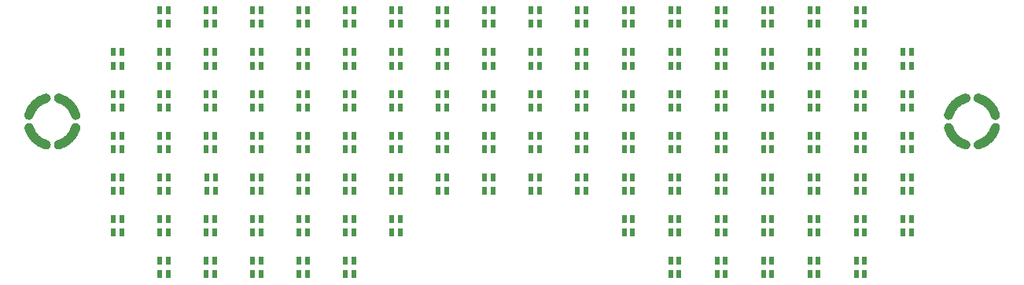
<source format=gtp>
G04 #@! TF.GenerationSoftware,KiCad,Pcbnew,5.0.2-bee76a0~70~ubuntu16.04.1*
G04 #@! TF.CreationDate,2019-07-05T21:08:44-07:00*
G04 #@! TF.ProjectId,dc27-fur-badge,64633237-2d66-4757-922d-62616467652e,rev?*
G04 #@! TF.SameCoordinates,Original*
G04 #@! TF.FileFunction,Paste,Top*
G04 #@! TF.FilePolarity,Positive*
%FSLAX46Y46*%
G04 Gerber Fmt 4.6, Leading zero omitted, Abs format (unit mm)*
G04 Created by KiCad (PCBNEW 5.0.2-bee76a0~70~ubuntu16.04.1) date Fri 05 Jul 2019 09:08:44 PM PDT*
%MOMM*%
%LPD*%
G01*
G04 APERTURE LIST*
%ADD10C,1.000000*%
%ADD11R,0.600000X0.850000*%
G04 APERTURE END LIST*
D10*
G04 #@! TO.C,H2*
X112488593Y-67827071D02*
G75*
G02X114327070Y-65988593I2511407J-672929D01*
G01*
X114327071Y-71011407D02*
G75*
G02X112488593Y-69172930I672929J2511407D01*
G01*
X117511407Y-69172929D02*
G75*
G02X115672930Y-71011407I-2511407J672929D01*
G01*
X115672929Y-65988593D02*
G75*
G02X117511407Y-67827070I-672929J-2511407D01*
G01*
G04 #@! TO.C,H3*
X211488593Y-67827071D02*
G75*
G02X213327070Y-65988593I2511407J-672929D01*
G01*
X213327071Y-71011407D02*
G75*
G02X211488593Y-69172930I672929J2511407D01*
G01*
X216511407Y-69172929D02*
G75*
G02X214672930Y-71011407I-2511407J672929D01*
G01*
X214672929Y-65988593D02*
G75*
G02X216511407Y-67827070I-672929J-2511407D01*
G01*
G04 #@! TD*
D11*
G04 #@! TO.C,D515*
X196550000Y-74525000D03*
X197450000Y-74525000D03*
X196550000Y-75975000D03*
X197450000Y-75975000D03*
G04 #@! TD*
G04 #@! TO.C,D101*
X126550000Y-56525000D03*
X127450000Y-56525000D03*
X126550000Y-57975000D03*
X127450000Y-57975000D03*
G04 #@! TD*
G04 #@! TO.C,D102*
X131550000Y-56525000D03*
X132450000Y-56525000D03*
X131550000Y-57975000D03*
X132450000Y-57975000D03*
G04 #@! TD*
G04 #@! TO.C,D103*
X136550000Y-56525000D03*
X137450000Y-56525000D03*
X136550000Y-57975000D03*
X137450000Y-57975000D03*
G04 #@! TD*
G04 #@! TO.C,D104*
X141550000Y-56525000D03*
X142450000Y-56525000D03*
X141550000Y-57975000D03*
X142450000Y-57975000D03*
G04 #@! TD*
G04 #@! TO.C,D105*
X146550000Y-56525000D03*
X147450000Y-56525000D03*
X146550000Y-57975000D03*
X147450000Y-57975000D03*
G04 #@! TD*
G04 #@! TO.C,D106*
X151550000Y-56525000D03*
X152450000Y-56525000D03*
X151550000Y-57975000D03*
X152450000Y-57975000D03*
G04 #@! TD*
G04 #@! TO.C,D107*
X156550000Y-56525000D03*
X157450000Y-56525000D03*
X156550000Y-57975000D03*
X157450000Y-57975000D03*
G04 #@! TD*
G04 #@! TO.C,D108*
X161550000Y-56525000D03*
X162450000Y-56525000D03*
X161550000Y-57975000D03*
X162450000Y-57975000D03*
G04 #@! TD*
G04 #@! TO.C,D109*
X166550000Y-56525000D03*
X167450000Y-56525000D03*
X166550000Y-57975000D03*
X167450000Y-57975000D03*
G04 #@! TD*
G04 #@! TO.C,D110*
X171550000Y-56525000D03*
X172450000Y-56525000D03*
X171550000Y-57975000D03*
X172450000Y-57975000D03*
G04 #@! TD*
G04 #@! TO.C,D111*
X176550000Y-56525000D03*
X177450000Y-56525000D03*
X176550000Y-57975000D03*
X177450000Y-57975000D03*
G04 #@! TD*
G04 #@! TO.C,D112*
X181550000Y-56525000D03*
X182450000Y-56525000D03*
X181550000Y-57975000D03*
X182450000Y-57975000D03*
G04 #@! TD*
G04 #@! TO.C,D113*
X186550000Y-56525000D03*
X187450000Y-56525000D03*
X186550000Y-57975000D03*
X187450000Y-57975000D03*
G04 #@! TD*
G04 #@! TO.C,D114*
X191550000Y-56525000D03*
X192450000Y-56525000D03*
X191550000Y-57975000D03*
X192450000Y-57975000D03*
G04 #@! TD*
G04 #@! TO.C,D115*
X196550000Y-56525000D03*
X197450000Y-56525000D03*
X196550000Y-57975000D03*
X197450000Y-57975000D03*
G04 #@! TD*
G04 #@! TO.C,D116*
X201550000Y-56525000D03*
X202450000Y-56525000D03*
X201550000Y-57975000D03*
X202450000Y-57975000D03*
G04 #@! TD*
G04 #@! TO.C,D200*
X121550000Y-61025000D03*
X122450000Y-61025000D03*
X121550000Y-62475000D03*
X122450000Y-62475000D03*
G04 #@! TD*
G04 #@! TO.C,D201*
X126550000Y-61025000D03*
X127450000Y-61025000D03*
X126550000Y-62475000D03*
X127450000Y-62475000D03*
G04 #@! TD*
G04 #@! TO.C,D202*
X131550000Y-61025000D03*
X132450000Y-61025000D03*
X131550000Y-62475000D03*
X132450000Y-62475000D03*
G04 #@! TD*
G04 #@! TO.C,D203*
X136550000Y-61025000D03*
X137450000Y-61025000D03*
X136550000Y-62475000D03*
X137450000Y-62475000D03*
G04 #@! TD*
G04 #@! TO.C,D204*
X141550000Y-61025000D03*
X142450000Y-61025000D03*
X141550000Y-62475000D03*
X142450000Y-62475000D03*
G04 #@! TD*
G04 #@! TO.C,D205*
X146550000Y-61025000D03*
X147450000Y-61025000D03*
X146550000Y-62475000D03*
X147450000Y-62475000D03*
G04 #@! TD*
G04 #@! TO.C,D206*
X151550000Y-61025000D03*
X152450000Y-61025000D03*
X151550000Y-62475000D03*
X152450000Y-62475000D03*
G04 #@! TD*
G04 #@! TO.C,D207*
X156550000Y-61025000D03*
X157450000Y-61025000D03*
X156550000Y-62475000D03*
X157450000Y-62475000D03*
G04 #@! TD*
G04 #@! TO.C,D208*
X161550000Y-61025000D03*
X162450000Y-61025000D03*
X161550000Y-62475000D03*
X162450000Y-62475000D03*
G04 #@! TD*
G04 #@! TO.C,D209*
X166550000Y-61025000D03*
X167450000Y-61025000D03*
X166550000Y-62475000D03*
X167450000Y-62475000D03*
G04 #@! TD*
G04 #@! TO.C,D210*
X171550000Y-61025000D03*
X172450000Y-61025000D03*
X171550000Y-62475000D03*
X172450000Y-62475000D03*
G04 #@! TD*
G04 #@! TO.C,D211*
X176550000Y-61025000D03*
X177450000Y-61025000D03*
X176550000Y-62475000D03*
X177450000Y-62475000D03*
G04 #@! TD*
G04 #@! TO.C,D212*
X181550000Y-61025000D03*
X182450000Y-61025000D03*
X181550000Y-62475000D03*
X182450000Y-62475000D03*
G04 #@! TD*
G04 #@! TO.C,D213*
X186550000Y-61025000D03*
X187450000Y-61025000D03*
X186550000Y-62475000D03*
X187450000Y-62475000D03*
G04 #@! TD*
G04 #@! TO.C,D214*
X191550000Y-61025000D03*
X192450000Y-61025000D03*
X191550000Y-62475000D03*
X192450000Y-62475000D03*
G04 #@! TD*
G04 #@! TO.C,D215*
X196550000Y-61025000D03*
X197450000Y-61025000D03*
X196550000Y-62475000D03*
X197450000Y-62475000D03*
G04 #@! TD*
G04 #@! TO.C,D216*
X201550000Y-61025000D03*
X202450000Y-61025000D03*
X201550000Y-62475000D03*
X202450000Y-62475000D03*
G04 #@! TD*
G04 #@! TO.C,D217*
X206550000Y-61025000D03*
X207450000Y-61025000D03*
X206550000Y-62475000D03*
X207450000Y-62475000D03*
G04 #@! TD*
G04 #@! TO.C,D300*
X121550000Y-65525000D03*
X122450000Y-65525000D03*
X121550000Y-66975000D03*
X122450000Y-66975000D03*
G04 #@! TD*
G04 #@! TO.C,D301*
X126550000Y-65525000D03*
X127450000Y-65525000D03*
X126550000Y-66975000D03*
X127450000Y-66975000D03*
G04 #@! TD*
G04 #@! TO.C,D302*
X131550000Y-65525000D03*
X132450000Y-65525000D03*
X131550000Y-66975000D03*
X132450000Y-66975000D03*
G04 #@! TD*
G04 #@! TO.C,D303*
X136550000Y-65525000D03*
X137450000Y-65525000D03*
X136550000Y-66975000D03*
X137450000Y-66975000D03*
G04 #@! TD*
G04 #@! TO.C,D304*
X141550000Y-65525000D03*
X142450000Y-65525000D03*
X141550000Y-66975000D03*
X142450000Y-66975000D03*
G04 #@! TD*
G04 #@! TO.C,D305*
X146550000Y-65525000D03*
X147450000Y-65525000D03*
X146550000Y-66975000D03*
X147450000Y-66975000D03*
G04 #@! TD*
G04 #@! TO.C,D306*
X151550000Y-65525000D03*
X152450000Y-65525000D03*
X151550000Y-66975000D03*
X152450000Y-66975000D03*
G04 #@! TD*
G04 #@! TO.C,D307*
X156550000Y-65525000D03*
X157450000Y-65525000D03*
X156550000Y-66975000D03*
X157450000Y-66975000D03*
G04 #@! TD*
G04 #@! TO.C,D308*
X161550000Y-65525000D03*
X162450000Y-65525000D03*
X161550000Y-66975000D03*
X162450000Y-66975000D03*
G04 #@! TD*
G04 #@! TO.C,D309*
X166550000Y-65525000D03*
X167450000Y-65525000D03*
X166550000Y-66975000D03*
X167450000Y-66975000D03*
G04 #@! TD*
G04 #@! TO.C,D310*
X171550000Y-65525000D03*
X172450000Y-65525000D03*
X171550000Y-66975000D03*
X172450000Y-66975000D03*
G04 #@! TD*
G04 #@! TO.C,D311*
X176550000Y-65525000D03*
X177450000Y-65525000D03*
X176550000Y-66975000D03*
X177450000Y-66975000D03*
G04 #@! TD*
G04 #@! TO.C,D312*
X181550000Y-65525000D03*
X182450000Y-65525000D03*
X181550000Y-66975000D03*
X182450000Y-66975000D03*
G04 #@! TD*
G04 #@! TO.C,D313*
X186550000Y-65525000D03*
X187450000Y-65525000D03*
X186550000Y-66975000D03*
X187450000Y-66975000D03*
G04 #@! TD*
G04 #@! TO.C,D314*
X191550000Y-65525000D03*
X192450000Y-65525000D03*
X191550000Y-66975000D03*
X192450000Y-66975000D03*
G04 #@! TD*
G04 #@! TO.C,D315*
X196550000Y-65525000D03*
X197450000Y-65525000D03*
X196550000Y-66975000D03*
X197450000Y-66975000D03*
G04 #@! TD*
G04 #@! TO.C,D316*
X201550000Y-65525000D03*
X202450000Y-65525000D03*
X201550000Y-66975000D03*
X202450000Y-66975000D03*
G04 #@! TD*
G04 #@! TO.C,D317*
X206550000Y-65525000D03*
X207450000Y-65525000D03*
X206550000Y-66975000D03*
X207450000Y-66975000D03*
G04 #@! TD*
G04 #@! TO.C,D400*
X121550000Y-70025000D03*
X122450000Y-70025000D03*
X121550000Y-71475000D03*
X122450000Y-71475000D03*
G04 #@! TD*
G04 #@! TO.C,D401*
X126550000Y-70025000D03*
X127450000Y-70025000D03*
X126550000Y-71475000D03*
X127450000Y-71475000D03*
G04 #@! TD*
G04 #@! TO.C,D402*
X131550000Y-70025000D03*
X132450000Y-70025000D03*
X131550000Y-71475000D03*
X132450000Y-71475000D03*
G04 #@! TD*
G04 #@! TO.C,D403*
X136550000Y-70025000D03*
X137450000Y-70025000D03*
X136550000Y-71475000D03*
X137450000Y-71475000D03*
G04 #@! TD*
G04 #@! TO.C,D404*
X141550000Y-70025000D03*
X142450000Y-70025000D03*
X141550000Y-71475000D03*
X142450000Y-71475000D03*
G04 #@! TD*
G04 #@! TO.C,D405*
X146550000Y-70025000D03*
X147450000Y-70025000D03*
X146550000Y-71475000D03*
X147450000Y-71475000D03*
G04 #@! TD*
G04 #@! TO.C,D406*
X151550000Y-70025000D03*
X152450000Y-70025000D03*
X151550000Y-71475000D03*
X152450000Y-71475000D03*
G04 #@! TD*
G04 #@! TO.C,D407*
X156550000Y-70025000D03*
X157450000Y-70025000D03*
X156550000Y-71475000D03*
X157450000Y-71475000D03*
G04 #@! TD*
G04 #@! TO.C,D408*
X161550000Y-70025000D03*
X162450000Y-70025000D03*
X161550000Y-71475000D03*
X162450000Y-71475000D03*
G04 #@! TD*
G04 #@! TO.C,D409*
X166550000Y-70025000D03*
X167450000Y-70025000D03*
X166550000Y-71475000D03*
X167450000Y-71475000D03*
G04 #@! TD*
G04 #@! TO.C,D410*
X171550000Y-70025000D03*
X172450000Y-70025000D03*
X171550000Y-71475000D03*
X172450000Y-71475000D03*
G04 #@! TD*
G04 #@! TO.C,D411*
X176550000Y-70025000D03*
X177450000Y-70025000D03*
X176550000Y-71475000D03*
X177450000Y-71475000D03*
G04 #@! TD*
G04 #@! TO.C,D412*
X181550000Y-70025000D03*
X182450000Y-70025000D03*
X181550000Y-71475000D03*
X182450000Y-71475000D03*
G04 #@! TD*
G04 #@! TO.C,D413*
X186550000Y-70025000D03*
X187450000Y-70025000D03*
X186550000Y-71475000D03*
X187450000Y-71475000D03*
G04 #@! TD*
G04 #@! TO.C,D414*
X191550000Y-70025000D03*
X192450000Y-70025000D03*
X191550000Y-71475000D03*
X192450000Y-71475000D03*
G04 #@! TD*
G04 #@! TO.C,D415*
X196550000Y-70025000D03*
X197450000Y-70025000D03*
X196550000Y-71475000D03*
X197450000Y-71475000D03*
G04 #@! TD*
G04 #@! TO.C,D416*
X201550000Y-70025000D03*
X202450000Y-70025000D03*
X201550000Y-71475000D03*
X202450000Y-71475000D03*
G04 #@! TD*
G04 #@! TO.C,D417*
X206550000Y-70025000D03*
X207450000Y-70025000D03*
X206550000Y-71475000D03*
X207450000Y-71475000D03*
G04 #@! TD*
G04 #@! TO.C,D500*
X121550000Y-74525000D03*
X122450000Y-74525000D03*
X121550000Y-75975000D03*
X122450000Y-75975000D03*
G04 #@! TD*
G04 #@! TO.C,D501*
X126550000Y-74525000D03*
X127450000Y-74525000D03*
X126550000Y-75975000D03*
X127450000Y-75975000D03*
G04 #@! TD*
G04 #@! TO.C,D502*
X131625000Y-74500000D03*
X132525000Y-74500000D03*
X131625000Y-75950000D03*
X132525000Y-75950000D03*
G04 #@! TD*
G04 #@! TO.C,D503*
X136550000Y-74525000D03*
X137450000Y-74525000D03*
X136550000Y-75975000D03*
X137450000Y-75975000D03*
G04 #@! TD*
G04 #@! TO.C,D504*
X141550000Y-74525000D03*
X142450000Y-74525000D03*
X141550000Y-75975000D03*
X142450000Y-75975000D03*
G04 #@! TD*
G04 #@! TO.C,D505*
X146550000Y-74525000D03*
X147450000Y-74525000D03*
X146550000Y-75975000D03*
X147450000Y-75975000D03*
G04 #@! TD*
G04 #@! TO.C,D506*
X151550000Y-74525000D03*
X152450000Y-74525000D03*
X151550000Y-75975000D03*
X152450000Y-75975000D03*
G04 #@! TD*
G04 #@! TO.C,D507*
X156550000Y-74525000D03*
X157450000Y-74525000D03*
X156550000Y-75975000D03*
X157450000Y-75975000D03*
G04 #@! TD*
G04 #@! TO.C,D508*
X161550000Y-74525000D03*
X162450000Y-74525000D03*
X161550000Y-75975000D03*
X162450000Y-75975000D03*
G04 #@! TD*
G04 #@! TO.C,D509*
X166550000Y-74525000D03*
X167450000Y-74525000D03*
X166550000Y-75975000D03*
X167450000Y-75975000D03*
G04 #@! TD*
G04 #@! TO.C,D510*
X171550000Y-74525000D03*
X172450000Y-74525000D03*
X171550000Y-75975000D03*
X172450000Y-75975000D03*
G04 #@! TD*
G04 #@! TO.C,D511*
X176550000Y-74525000D03*
X177450000Y-74525000D03*
X176550000Y-75975000D03*
X177450000Y-75975000D03*
G04 #@! TD*
G04 #@! TO.C,D512*
X181550000Y-74525000D03*
X182450000Y-74525000D03*
X181550000Y-75975000D03*
X182450000Y-75975000D03*
G04 #@! TD*
G04 #@! TO.C,D513*
X186550000Y-74525000D03*
X187450000Y-74525000D03*
X186550000Y-75975000D03*
X187450000Y-75975000D03*
G04 #@! TD*
G04 #@! TO.C,D514*
X191550000Y-74525000D03*
X192450000Y-74525000D03*
X191550000Y-75975000D03*
X192450000Y-75975000D03*
G04 #@! TD*
G04 #@! TO.C,D516*
X201550000Y-74525000D03*
X202450000Y-74525000D03*
X201550000Y-75975000D03*
X202450000Y-75975000D03*
G04 #@! TD*
G04 #@! TO.C,D517*
X206550000Y-74525000D03*
X207450000Y-74525000D03*
X206550000Y-75975000D03*
X207450000Y-75975000D03*
G04 #@! TD*
G04 #@! TO.C,D600*
X121550000Y-79025000D03*
X122450000Y-79025000D03*
X121550000Y-80475000D03*
X122450000Y-80475000D03*
G04 #@! TD*
G04 #@! TO.C,D601*
X126550000Y-79025000D03*
X127450000Y-79025000D03*
X126550000Y-80475000D03*
X127450000Y-80475000D03*
G04 #@! TD*
G04 #@! TO.C,D602*
X131550000Y-79025000D03*
X132450000Y-79025000D03*
X131550000Y-80475000D03*
X132450000Y-80475000D03*
G04 #@! TD*
G04 #@! TO.C,D603*
X136550000Y-79025000D03*
X137450000Y-79025000D03*
X136550000Y-80475000D03*
X137450000Y-80475000D03*
G04 #@! TD*
G04 #@! TO.C,D604*
X141550000Y-79025000D03*
X142450000Y-79025000D03*
X141550000Y-80475000D03*
X142450000Y-80475000D03*
G04 #@! TD*
G04 #@! TO.C,D605*
X146550000Y-79025000D03*
X147450000Y-79025000D03*
X146550000Y-80475000D03*
X147450000Y-80475000D03*
G04 #@! TD*
G04 #@! TO.C,D606*
X151550000Y-79025000D03*
X152450000Y-79025000D03*
X151550000Y-80475000D03*
X152450000Y-80475000D03*
G04 #@! TD*
G04 #@! TO.C,D611*
X176550000Y-79025000D03*
X177450000Y-79025000D03*
X176550000Y-80475000D03*
X177450000Y-80475000D03*
G04 #@! TD*
G04 #@! TO.C,D612*
X181550000Y-79025000D03*
X182450000Y-79025000D03*
X181550000Y-80475000D03*
X182450000Y-80475000D03*
G04 #@! TD*
G04 #@! TO.C,D613*
X186550000Y-79025000D03*
X187450000Y-79025000D03*
X186550000Y-80475000D03*
X187450000Y-80475000D03*
G04 #@! TD*
G04 #@! TO.C,D614*
X191550000Y-79025000D03*
X192450000Y-79025000D03*
X191550000Y-80475000D03*
X192450000Y-80475000D03*
G04 #@! TD*
G04 #@! TO.C,D615*
X196550000Y-79025000D03*
X197450000Y-79025000D03*
X196550000Y-80475000D03*
X197450000Y-80475000D03*
G04 #@! TD*
G04 #@! TO.C,D616*
X201550000Y-79025000D03*
X202450000Y-79025000D03*
X201550000Y-80475000D03*
X202450000Y-80475000D03*
G04 #@! TD*
G04 #@! TO.C,D617*
X206550000Y-79025000D03*
X207450000Y-79025000D03*
X206550000Y-80475000D03*
X207450000Y-80475000D03*
G04 #@! TD*
G04 #@! TO.C,D701*
X126550000Y-83525000D03*
X127450000Y-83525000D03*
X126550000Y-84975000D03*
X127450000Y-84975000D03*
G04 #@! TD*
G04 #@! TO.C,D702*
X131550000Y-83525000D03*
X132450000Y-83525000D03*
X131550000Y-84975000D03*
X132450000Y-84975000D03*
G04 #@! TD*
G04 #@! TO.C,D703*
X136550000Y-83525000D03*
X137450000Y-83525000D03*
X136550000Y-84975000D03*
X137450000Y-84975000D03*
G04 #@! TD*
G04 #@! TO.C,D704*
X141550000Y-83525000D03*
X142450000Y-83525000D03*
X141550000Y-84975000D03*
X142450000Y-84975000D03*
G04 #@! TD*
G04 #@! TO.C,D705*
X146550000Y-83525000D03*
X147450000Y-83525000D03*
X146550000Y-84975000D03*
X147450000Y-84975000D03*
G04 #@! TD*
G04 #@! TO.C,D712*
X181550000Y-83525000D03*
X182450000Y-83525000D03*
X181550000Y-84975000D03*
X182450000Y-84975000D03*
G04 #@! TD*
G04 #@! TO.C,D713*
X186550000Y-83525000D03*
X187450000Y-83525000D03*
X186550000Y-84975000D03*
X187450000Y-84975000D03*
G04 #@! TD*
G04 #@! TO.C,D714*
X191550000Y-83525000D03*
X192450000Y-83525000D03*
X191550000Y-84975000D03*
X192450000Y-84975000D03*
G04 #@! TD*
G04 #@! TO.C,D715*
X196550000Y-83525000D03*
X197450000Y-83525000D03*
X196550000Y-84975000D03*
X197450000Y-84975000D03*
G04 #@! TD*
G04 #@! TO.C,D716*
X201550000Y-83525000D03*
X202450000Y-83525000D03*
X201550000Y-84975000D03*
X202450000Y-84975000D03*
G04 #@! TD*
M02*

</source>
